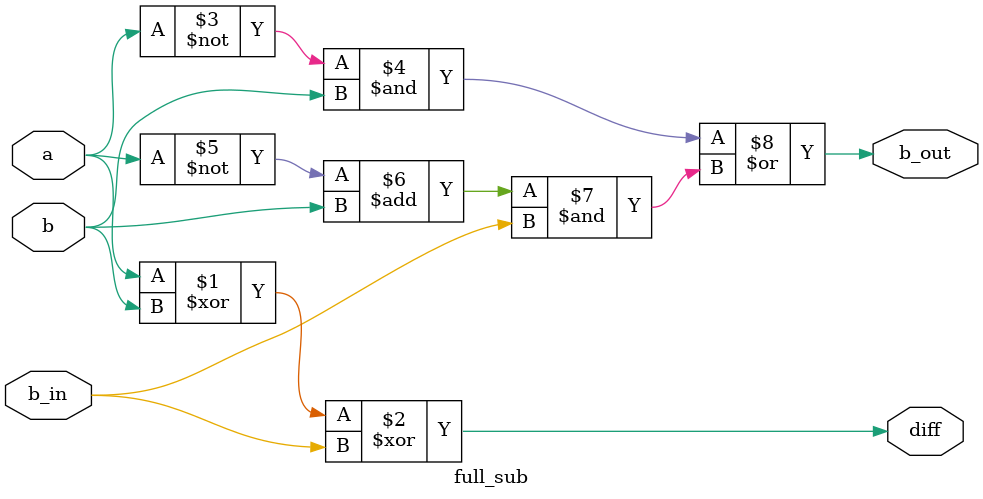
<source format=v>
module divider(
    input [3:0] dividend,
    input [3:0] divisor_in,
    output [3:0] quotient,
    output [3:0] remainder
);

    wire [4:0] int_divisor;

    wire [5:0] b_in3;
    wire [5:0] b_in2;
    wire [5:0] b_in1;
    wire [5:0] b_in0;

    wire [4:0] d4;
    wire [4:0] d3;
    wire [4:0] d2;
    wire [4:0] d1;
    wire [4:0] d0;



    assign {b_in3[0], b_in2[0], b_in1[0], b_in0[0]}= 4'b0000;
    assign int_divisor = {1'b0, divisor_in[3:0]};
    assign {d4[0], d3[0], d2[0], d1[0]} = dividend[3:0];
    assign d4[4:1] = 4'b0000;


generate
    genvar i;

    for (i = 0; i < 5; i = i + 1) begin // level 3
        bit_sub bit_sub_instanceppp(
            .y(int_divisor[i]),
            .x(d4[i]),
            .b_i(b_in3[i]),
            .os(b_in3[5]),
            .b_o(b_in3[i+1]),
            .d(d3[i+1])
        );

    end
endgenerate
generate
    for (i = 0; i < 5; i = i + 1) begin // level 2
        bit_sub bit_sub_instance(
            .y(int_divisor[i]),
            .x(d3[i]),
            .b_i(b_in2[i]),
            .os(b_in2[5]),
            .b_o(b_in2[i+1]),
            .d(d2[i+1])
        );

    end
endgenerate
generate
    
    for (i = 0; i < 5; i = i + 1) begin // level 1
        bit_sub bit_sub_instance(
            .y(int_divisor[i]),
            .x(d2[i]),
            .b_i(b_in1[i]),
            .os(b_in1[5]),
            .b_o(b_in1[i+1]),
            .d(d1[i+1])
        );

    end
endgenerate
generate
    for (i = 0; i < 5; i = i + 1) begin // level 0
        bit_sub bit_sub_instance(
            .y(int_divisor[i]),
            .x(d1[i]),
            .b_i(b_in0[i]),
            .os(b_in0[5]),
            .b_o(b_in0[i+1]),
            .d(d0[i+1])
        );

    end
endgenerate
    assign quotient[3:0] = ~{b_in3[5], b_in2[5], b_in1[5], b_in0[5]};
    assign remainder[3:0] = d0[4:1];

endmodule

module bit_sub (
    input y, x, b_i, os,
    output b_o, d
);

    wire diff;
    full_sub full_sub_instance(
        .a(x),
        .b(y),
        .b_in(b_i),
        .diff(diff),
        .b_out(b_o)
    );

    assign d = os & x | ~(os) & diff;

endmodule

module full_sub (

    input a, b, b_in,
    output diff, b_out
);

    assign diff = a ^ b ^ b_in;
    assign b_out = ((~a) & b) | (((~a) + b) & b_in);

endmodule 



</source>
